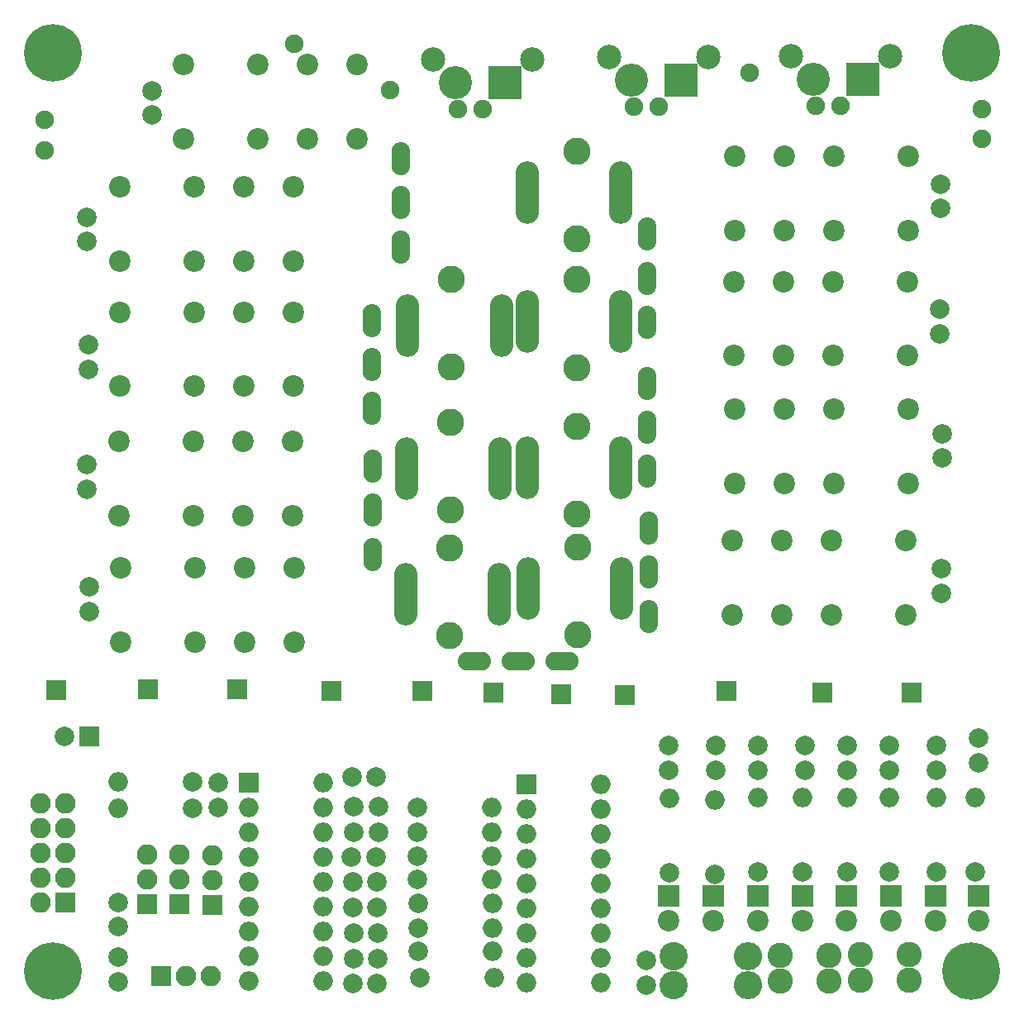
<source format=gbr>
G04 #@! TF.FileFunction,Soldermask,Top*
%FSLAX46Y46*%
G04 Gerber Fmt 4.6, Leading zero omitted, Abs format (unit mm)*
G04 Created by KiCad (PCBNEW 4.0.7) date 03/16/19 09:29:10*
%MOMM*%
%LPD*%
G01*
G04 APERTURE LIST*
%ADD10C,0.100000*%
%ADD11R,2.000000X2.000000*%
%ADD12O,2.000000X2.000000*%
%ADD13C,2.900000*%
%ADD14O,2.900000X2.900000*%
%ADD15R,2.200000X2.200000*%
%ADD16C,2.200000*%
%ADD17C,2.000000*%
%ADD18R,2.100000X2.100000*%
%ADD19O,2.100000X2.100000*%
%ADD20C,5.900000*%
%ADD21O,1.900000X3.400000*%
%ADD22O,3.400000X1.900000*%
%ADD23C,2.600000*%
%ADD24C,2.100000*%
%ADD25O,2.400000X6.400000*%
%ADD26C,2.800000*%
%ADD27O,1.900000X1.900000*%
%ADD28C,1.900000*%
%ADD29C,2.500000*%
%ADD30R,3.400000X3.400000*%
%ADD31C,3.400000*%
G04 APERTURE END LIST*
D10*
D11*
X73025000Y-127762000D03*
D12*
X80645000Y-148082000D03*
X73025000Y-130302000D03*
X80645000Y-145542000D03*
X73025000Y-132842000D03*
X80645000Y-143002000D03*
X73025000Y-135382000D03*
X80645000Y-140462000D03*
X73025000Y-137922000D03*
X80645000Y-137922000D03*
X73025000Y-140462000D03*
X80645000Y-135382000D03*
X73025000Y-143002000D03*
X80645000Y-132842000D03*
X73025000Y-145542000D03*
X80645000Y-130302000D03*
X73025000Y-148082000D03*
X80645000Y-127762000D03*
D13*
X116586000Y-145542000D03*
D14*
X124206000Y-145542000D03*
D15*
X138811000Y-139319000D03*
D16*
X138811000Y-141859000D03*
D17*
X67259200Y-127609600D03*
D12*
X59639200Y-127609600D03*
D15*
X125222000Y-139319000D03*
D16*
X125222000Y-141859000D03*
D17*
X143510000Y-136906000D03*
D12*
X143510000Y-129286000D03*
D15*
X120650000Y-139319000D03*
D16*
X120650000Y-141859000D03*
D11*
X101473000Y-127889000D03*
D12*
X109093000Y-148209000D03*
X101473000Y-130429000D03*
X109093000Y-145669000D03*
X101473000Y-132969000D03*
X109093000Y-143129000D03*
X101473000Y-135509000D03*
X109093000Y-140589000D03*
X101473000Y-138049000D03*
X109093000Y-138049000D03*
X101473000Y-140589000D03*
X109093000Y-135509000D03*
X101473000Y-143129000D03*
X109093000Y-132969000D03*
X101473000Y-145669000D03*
X109093000Y-130429000D03*
X101473000Y-148209000D03*
X109093000Y-127889000D03*
D17*
X116078000Y-123952000D03*
X116078000Y-126452000D03*
X120904000Y-123952000D03*
X120904000Y-126452000D03*
X125222000Y-123952000D03*
X125222000Y-126452000D03*
X130048000Y-123952000D03*
X130048000Y-126452000D03*
X134366000Y-123952000D03*
X134366000Y-126452000D03*
X138684000Y-123952000D03*
X138684000Y-126452000D03*
X143510000Y-123952000D03*
X143510000Y-126452000D03*
X147828000Y-123190000D03*
X147828000Y-125690000D03*
X69926200Y-130225800D03*
X69926200Y-127725800D03*
D18*
X69342000Y-140258800D03*
D19*
X69342000Y-137718800D03*
X69342000Y-135178800D03*
D18*
X65963800Y-140182600D03*
D19*
X65963800Y-137642600D03*
X65963800Y-135102600D03*
D18*
X62611000Y-140182600D03*
D19*
X62611000Y-137642600D03*
X62611000Y-135102600D03*
D17*
X67259200Y-130378200D03*
D12*
X59639200Y-130378200D03*
D20*
X53000000Y-147000000D03*
X147002500Y-147002500D03*
D15*
X129794000Y-139319000D03*
D16*
X129794000Y-141859000D03*
D15*
X134239000Y-139319000D03*
D16*
X134239000Y-141859000D03*
D15*
X143383000Y-139319000D03*
D16*
X143383000Y-141859000D03*
D15*
X147828000Y-139319000D03*
D16*
X147828000Y-141859000D03*
D17*
X116141500Y-136969500D03*
D12*
X116141500Y-129349500D03*
D17*
X120777000Y-137160000D03*
D12*
X120777000Y-129540000D03*
D17*
X125222000Y-136906000D03*
D12*
X125222000Y-129286000D03*
D17*
X129794000Y-136906000D03*
D12*
X129794000Y-129286000D03*
D17*
X134366000Y-136906000D03*
D12*
X134366000Y-129286000D03*
D17*
X138684000Y-136906000D03*
D12*
X138684000Y-129286000D03*
D17*
X147447000Y-136906000D03*
D12*
X147447000Y-129286000D03*
D17*
X86106000Y-127152400D03*
X83606000Y-127152400D03*
D21*
X88646000Y-68326000D03*
X88646000Y-63826000D03*
X88646000Y-72826000D03*
X85661500Y-84899500D03*
X85661500Y-80399500D03*
X85661500Y-89399500D03*
X85725000Y-99822000D03*
X85725000Y-95322000D03*
X85725000Y-104322000D03*
X114046000Y-106172000D03*
X114046000Y-110672000D03*
X114046000Y-101672000D03*
X113880000Y-91310000D03*
X113880000Y-95810000D03*
X113880000Y-86810000D03*
X113875000Y-76050000D03*
X113875000Y-80550000D03*
X113875000Y-71550000D03*
D22*
X100647500Y-115316000D03*
X105147500Y-115316000D03*
X96147500Y-115316000D03*
D18*
X140970000Y-118491000D03*
X111569500Y-118745000D03*
X90805000Y-118300500D03*
X98107500Y-118491000D03*
X53340000Y-118237000D03*
X81470500Y-118300500D03*
X105029000Y-118681500D03*
X62674500Y-118173500D03*
X71818500Y-118173500D03*
X121983500Y-118364000D03*
X131826000Y-118491000D03*
D17*
X90297000Y-130302000D03*
D12*
X97917000Y-130302000D03*
D17*
X90297000Y-132842000D03*
D12*
X97917000Y-132842000D03*
D17*
X90297000Y-135255000D03*
D12*
X97917000Y-135255000D03*
D17*
X90297000Y-137668000D03*
D12*
X97917000Y-137668000D03*
D17*
X90424000Y-140081000D03*
D12*
X98044000Y-140081000D03*
D17*
X90424000Y-142621000D03*
D12*
X98044000Y-142621000D03*
D17*
X90424000Y-145034000D03*
D12*
X98044000Y-145034000D03*
D17*
X90551000Y-147701000D03*
D12*
X98171000Y-147701000D03*
D15*
X116078000Y-139319000D03*
D16*
X116078000Y-141859000D03*
D17*
X83820000Y-130175000D03*
X86320000Y-130175000D03*
X83820000Y-132842000D03*
X86320000Y-132842000D03*
X83566000Y-135382000D03*
X86066000Y-135382000D03*
X83693000Y-137922000D03*
X86193000Y-137922000D03*
X83693000Y-140525500D03*
X86193000Y-140525500D03*
X83756500Y-143129000D03*
X86256500Y-143129000D03*
X83756500Y-145796000D03*
X86256500Y-145796000D03*
X83693000Y-148272500D03*
X86193000Y-148272500D03*
D13*
X116586000Y-148463000D03*
D14*
X124206000Y-148463000D03*
D17*
X59664600Y-148132800D03*
X59664600Y-145632800D03*
X59690000Y-142494000D03*
X59690000Y-139994000D03*
D18*
X54203600Y-140035280D03*
D19*
X51663600Y-140035280D03*
X54203600Y-137495280D03*
X51663600Y-137495280D03*
X54203600Y-134955280D03*
X51663600Y-134955280D03*
X54203600Y-132415280D03*
X51663600Y-132415280D03*
X54203600Y-129875280D03*
X51663600Y-129875280D03*
D17*
X63093600Y-56819800D03*
X63093600Y-59319800D03*
X56591200Y-82880200D03*
X56591200Y-85380200D03*
X56464200Y-95148400D03*
X56464200Y-97648400D03*
X56718200Y-107670600D03*
X56718200Y-110170600D03*
X56464200Y-69799200D03*
X56464200Y-72299200D03*
X143992600Y-108305600D03*
X143992600Y-105805600D03*
X144068800Y-94488000D03*
X144068800Y-91988000D03*
X143840200Y-81711800D03*
X143840200Y-79211800D03*
X143941800Y-68910200D03*
X143941800Y-66410200D03*
D11*
X56657240Y-123027440D03*
D17*
X54157240Y-123027440D03*
D23*
X127508000Y-148005800D03*
X132508000Y-148005800D03*
X140665200Y-147980400D03*
X135665200Y-147980400D03*
D18*
X64068960Y-147579080D03*
D19*
X66608960Y-147579080D03*
X69148960Y-147579080D03*
D17*
X113792000Y-148437600D03*
X113792000Y-145937600D03*
D23*
X127467360Y-145409920D03*
X132467360Y-145409920D03*
X140655040Y-145348960D03*
X135655040Y-145348960D03*
D20*
X147000000Y-53000000D03*
D24*
X89208000Y-94079000D03*
X89208000Y-97079000D03*
X98811000Y-94079000D03*
X98811000Y-97079000D03*
D25*
X89208000Y-95579000D03*
X98811000Y-95579000D03*
D26*
X93700000Y-90825000D03*
X93700000Y-99825000D03*
D24*
X89107000Y-106902500D03*
X89107000Y-109902500D03*
X98710000Y-106902500D03*
X98710000Y-109902500D03*
D25*
X89107000Y-108402500D03*
X98710000Y-108402500D03*
D26*
X93599000Y-103648500D03*
X93599000Y-112648500D03*
D24*
X111235500Y-109315000D03*
X111235500Y-106315000D03*
X101632500Y-109315000D03*
X101632500Y-106315000D03*
D25*
X111235500Y-107815000D03*
X101632500Y-107815000D03*
D26*
X106743500Y-112569000D03*
X106743500Y-103569000D03*
D24*
X111167000Y-96946000D03*
X111167000Y-93946000D03*
X101564000Y-96946000D03*
X101564000Y-93946000D03*
D25*
X111167000Y-95446000D03*
X101564000Y-95446000D03*
D26*
X106675000Y-100200000D03*
X106675000Y-91200000D03*
D24*
X111167000Y-68771000D03*
X111167000Y-65771000D03*
X101564000Y-68771000D03*
X101564000Y-65771000D03*
D25*
X111167000Y-67271000D03*
X101564000Y-67271000D03*
D26*
X106675000Y-72025000D03*
X106675000Y-63025000D03*
D24*
X111167000Y-81946000D03*
X111167000Y-78946000D03*
X101564000Y-81946000D03*
X101564000Y-78946000D03*
D25*
X111167000Y-80446000D03*
X101564000Y-80446000D03*
D26*
X106675000Y-85200000D03*
X106675000Y-76200000D03*
D24*
X89308000Y-79429000D03*
X89308000Y-82429000D03*
X98911000Y-79429000D03*
X98911000Y-82429000D03*
D25*
X89308000Y-80929000D03*
X98911000Y-80929000D03*
D26*
X93800000Y-76175000D03*
X93800000Y-85175000D03*
D16*
X73947000Y-54175500D03*
X84107000Y-54175500D03*
X79027000Y-54175500D03*
X79027000Y-61775500D03*
X73947000Y-61775500D03*
X84107000Y-61775500D03*
X66327000Y-54175500D03*
X66327000Y-61775500D03*
X67470000Y-66685000D03*
X77630000Y-66685000D03*
X72550000Y-66685000D03*
X72550000Y-74285000D03*
X67470000Y-74285000D03*
X77630000Y-74285000D03*
X59850000Y-66685000D03*
X59850000Y-74285000D03*
X67470000Y-79512000D03*
X77630000Y-79512000D03*
X72550000Y-79512000D03*
X72550000Y-87112000D03*
X67470000Y-87112000D03*
X77630000Y-87112000D03*
X59850000Y-79512000D03*
X59850000Y-87112000D03*
X67368400Y-92770800D03*
X77528400Y-92770800D03*
X72448400Y-92770800D03*
X72448400Y-100370800D03*
X67368400Y-100370800D03*
X77528400Y-100370800D03*
X59748400Y-92770800D03*
X59748400Y-100370800D03*
X67495400Y-105724800D03*
X77655400Y-105724800D03*
X72575400Y-105724800D03*
X72575400Y-113324800D03*
X67495400Y-113324800D03*
X77655400Y-113324800D03*
X59875400Y-105724800D03*
X59875400Y-113324800D03*
X132732800Y-110530800D03*
X122572800Y-110530800D03*
X127652800Y-110530800D03*
X127652800Y-102930800D03*
X132732800Y-102930800D03*
X122572800Y-102930800D03*
X140352800Y-110530800D03*
X140352800Y-102930800D03*
X133012200Y-97068800D03*
X122852200Y-97068800D03*
X127932200Y-97068800D03*
X127932200Y-89468800D03*
X133012200Y-89468800D03*
X122852200Y-89468800D03*
X140632200Y-97068800D03*
X140632200Y-89468800D03*
X132885200Y-83987800D03*
X122725200Y-83987800D03*
X127805200Y-83987800D03*
X127805200Y-76387800D03*
X132885200Y-76387800D03*
X122725200Y-76387800D03*
X140505200Y-83987800D03*
X140505200Y-76387800D03*
X133012200Y-71186200D03*
X122852200Y-71186200D03*
X127932200Y-71186200D03*
X127932200Y-63586200D03*
X133012200Y-63586200D03*
X122852200Y-63586200D03*
X140632200Y-71186200D03*
X140632200Y-63586200D03*
D27*
X124333000Y-54991000D03*
X87503000Y-56769000D03*
X148107400Y-58714640D03*
X148148040Y-61762640D03*
X52151280Y-62976760D03*
X52095400Y-59791600D03*
D20*
X53000000Y-53000000D03*
D27*
X77711300Y-52070000D03*
D28*
X133664960Y-58369240D03*
X131124960Y-58369240D03*
D29*
X128584960Y-53289240D03*
X138744960Y-53289240D03*
D30*
X135950960Y-55641240D03*
D31*
X130870960Y-55641240D03*
D28*
X115062000Y-58481000D03*
X112522000Y-58481000D03*
D29*
X109982000Y-53401000D03*
X120142000Y-53401000D03*
D30*
X117348000Y-55753000D03*
D31*
X112268000Y-55753000D03*
D28*
X97028000Y-58735000D03*
X94488000Y-58735000D03*
D29*
X91948000Y-53655000D03*
X102108000Y-53655000D03*
D30*
X99314000Y-56007000D03*
D31*
X94234000Y-56007000D03*
M02*

</source>
